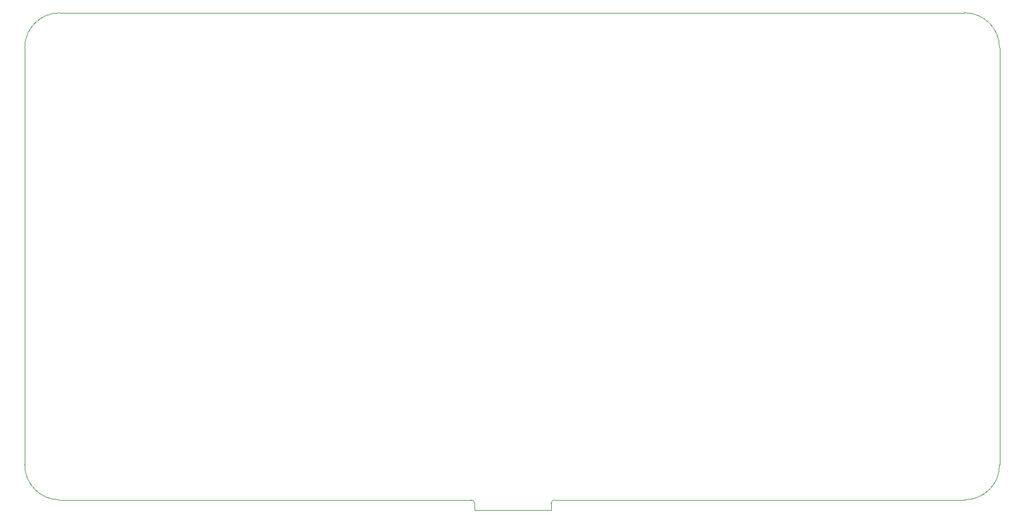
<source format=gbr>
%TF.GenerationSoftware,KiCad,Pcbnew,(6.0.4-0)*%
%TF.CreationDate,2022-05-07T16:42:10+02:00*%
%TF.ProjectId,GlowSignMainPCB,4c617074-6f70-44c4-9544-7369676e2e6b,rev?*%
%TF.SameCoordinates,Original*%
%TF.FileFunction,Profile,NP*%
%FSLAX46Y46*%
G04 Gerber Fmt 4.6, Leading zero omitted, Abs format (unit mm)*
G04 Created by KiCad (PCBNEW (6.0.4-0)) date 2022-05-07 16:42:10*
%MOMM*%
%LPD*%
G01*
G04 APERTURE LIST*
%TA.AperFunction,Profile*%
%ADD10C,0.100000*%
%TD*%
G04 APERTURE END LIST*
D10*
X81015534Y-126005534D02*
X81015534Y-66005534D01*
X81015534Y-126005534D02*
G75*
G03*
X86015534Y-131005534I5000000J0D01*
G01*
X145115534Y-131005534D02*
X86015534Y-131005534D01*
X145615534Y-131505534D02*
G75*
G03*
X145115534Y-131005534I-500000J0D01*
G01*
X145615534Y-132505534D02*
X145615534Y-131505534D01*
X156615534Y-132505534D02*
X145615534Y-132505534D01*
X156615534Y-131505534D02*
X156615534Y-132505534D01*
X157115534Y-131005534D02*
G75*
G03*
X156615534Y-131505534I1J-500001D01*
G01*
X216015534Y-131005534D02*
X157115534Y-131005534D01*
X216015534Y-131005534D02*
G75*
G03*
X221015534Y-126005534I0J5000000D01*
G01*
X221015534Y-66005534D02*
X221015534Y-126005534D01*
X221015534Y-66005534D02*
G75*
G03*
X216015534Y-61005534I-5000000J0D01*
G01*
X86015534Y-61005534D02*
X216015534Y-61005534D01*
X86015534Y-61005534D02*
G75*
G03*
X81015534Y-66005534I0J-5000000D01*
G01*
M02*

</source>
